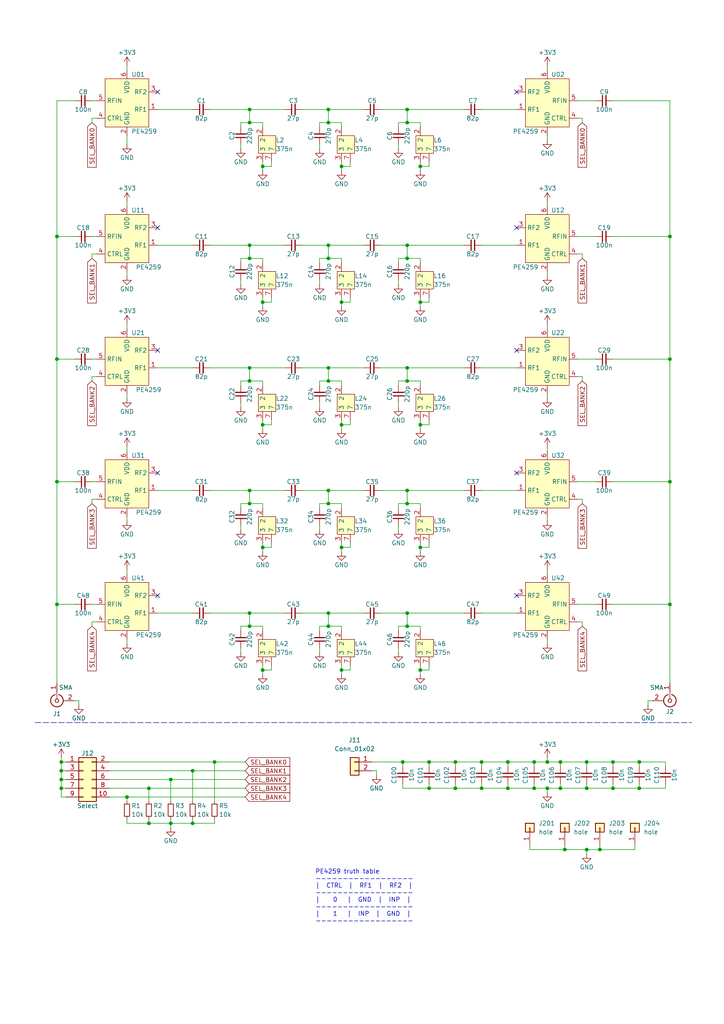
<source format=kicad_sch>
(kicad_sch (version 20211123) (generator eeschema)
  (paper "A4" portrait)
  (junction (at 170.18 246.38))
  (junction (at 132.08 220.98))
  (junction (at 95.25 146.05))
  (junction (at 185.42 228.6))
  (junction (at 162.56 220.98))
  (junction (at 124.46 220.98))
  (junction (at 16.51 68.58))
  (junction (at 72.39 146.05))
  (junction (at 76.2 87.63))
  (junction (at 139.7 228.6))
  (junction (at 158.75 228.6))
  (junction (at 16.51 104.14))
  (junction (at 116.84 220.98))
  (junction (at 177.8 228.6))
  (junction (at 158.75 220.98))
  (junction (at 72.39 106.68))
  (junction (at 49.53 226.06))
  (junction (at 154.94 228.6))
  (junction (at 118.11 181.61))
  (junction (at 139.7 220.98))
  (junction (at 95.25 181.61))
  (junction (at 121.92 48.26))
  (junction (at 72.39 71.12))
  (junction (at 121.92 123.19))
  (junction (at 173.99 246.38))
  (junction (at 99.06 158.75))
  (junction (at 147.32 228.6))
  (junction (at 118.11 31.75))
  (junction (at 99.06 48.26))
  (junction (at 177.8 220.98))
  (junction (at 72.39 74.93))
  (junction (at 118.11 146.05))
  (junction (at 72.39 31.75))
  (junction (at 76.2 48.26))
  (junction (at 147.32 220.98))
  (junction (at 99.06 194.31))
  (junction (at 124.46 228.6))
  (junction (at 76.2 123.19))
  (junction (at 163.83 246.38))
  (junction (at 95.25 142.24))
  (junction (at 118.11 110.49))
  (junction (at 194.31 68.58))
  (junction (at 95.25 106.68))
  (junction (at 121.92 194.31))
  (junction (at 118.11 106.68))
  (junction (at 132.08 228.6))
  (junction (at 170.18 220.98))
  (junction (at 36.83 231.14))
  (junction (at 72.39 35.56))
  (junction (at 55.88 238.76))
  (junction (at 17.78 228.6))
  (junction (at 118.11 71.12))
  (junction (at 72.39 181.61))
  (junction (at 154.94 220.98))
  (junction (at 118.11 142.24))
  (junction (at 62.23 220.98))
  (junction (at 76.2 194.31))
  (junction (at 95.25 35.56))
  (junction (at 16.51 139.7))
  (junction (at 170.18 228.6))
  (junction (at 95.25 74.93))
  (junction (at 43.18 238.76))
  (junction (at 162.56 228.6))
  (junction (at 95.25 177.8))
  (junction (at 55.88 223.52))
  (junction (at 17.78 223.52))
  (junction (at 99.06 87.63))
  (junction (at 121.92 87.63))
  (junction (at 118.11 74.93))
  (junction (at 72.39 177.8))
  (junction (at 17.78 226.06))
  (junction (at 118.11 177.8))
  (junction (at 194.31 139.7))
  (junction (at 121.92 158.75))
  (junction (at 118.11 35.56))
  (junction (at 99.06 123.19))
  (junction (at 17.78 220.98))
  (junction (at 95.25 110.49))
  (junction (at 185.42 220.98))
  (junction (at 16.51 175.26))
  (junction (at 95.25 71.12))
  (junction (at 76.2 158.75))
  (junction (at 43.18 228.6))
  (junction (at 194.31 175.26))
  (junction (at 72.39 142.24))
  (junction (at 72.39 110.49))
  (junction (at 95.25 31.75))
  (junction (at 49.53 238.76))
  (junction (at 194.31 104.14))
  (no_connect (at 149.86 101.6))
  (no_connect (at 149.86 172.72))
  (no_connect (at 149.86 137.16))
  (no_connect (at 45.72 26.67))
  (no_connect (at 149.86 26.67))
  (no_connect (at 45.72 137.16))
  (no_connect (at 45.72 101.6))
  (no_connect (at 45.72 172.72))
  (no_connect (at 45.72 66.04))
  (no_connect (at 149.86 66.04))
  (wire (pts (xy 95.25 110.49) (xy 99.06 110.49)))
  (wire (pts (xy 170.18 246.38) (xy 170.18 247.65)))
  (wire (pts (xy 124.46 220.98) (xy 132.08 220.98)))
  (wire (pts (xy 99.06 87.63) (xy 99.06 88.9)))
  (wire (pts (xy 118.11 35.56) (xy 121.92 35.56)))
  (wire (pts (xy 31.75 231.14) (xy 36.83 231.14)))
  (wire (pts (xy 69.85 116.84) (xy 69.85 118.11)))
  (wire (pts (xy 121.92 87.63) (xy 121.92 88.9)))
  (wire (pts (xy 168.91 73.66) (xy 168.91 74.93)))
  (wire (pts (xy 26.67 144.78) (xy 27.94 144.78)))
  (wire (pts (xy 115.57 181.61) (xy 118.11 181.61)))
  (wire (pts (xy 69.85 41.91) (xy 69.85 43.18)))
  (wire (pts (xy 170.18 220.98) (xy 177.8 220.98)))
  (wire (pts (xy 115.57 187.96) (xy 115.57 189.23)))
  (wire (pts (xy 92.71 81.28) (xy 92.71 82.55)))
  (wire (pts (xy 26.67 146.05) (xy 26.67 144.78)))
  (wire (pts (xy 124.46 46.99) (xy 124.46 48.26)))
  (wire (pts (xy 167.64 139.7) (xy 172.72 139.7)))
  (wire (pts (xy 118.11 71.12) (xy 134.62 71.12)))
  (wire (pts (xy 139.7 106.68) (xy 149.86 106.68)))
  (wire (pts (xy 69.85 181.61) (xy 72.39 181.61)))
  (wire (pts (xy 78.74 157.48) (xy 78.74 158.75)))
  (wire (pts (xy 92.71 146.05) (xy 95.25 146.05)))
  (wire (pts (xy 101.6 46.99) (xy 101.6 48.26)))
  (wire (pts (xy 185.42 220.98) (xy 185.42 222.25)))
  (wire (pts (xy 193.04 227.33) (xy 193.04 228.6)))
  (wire (pts (xy 16.51 68.58) (xy 16.51 104.14)))
  (wire (pts (xy 45.72 106.68) (xy 55.88 106.68)))
  (wire (pts (xy 76.2 74.93) (xy 76.2 76.2)))
  (wire (pts (xy 132.08 228.6) (xy 139.7 228.6)))
  (wire (pts (xy 92.71 35.56) (xy 95.25 35.56)))
  (wire (pts (xy 16.51 139.7) (xy 16.51 175.26)))
  (wire (pts (xy 168.91 34.29) (xy 168.91 35.56)))
  (wire (pts (xy 158.75 129.54) (xy 158.75 130.81)))
  (wire (pts (xy 99.06 123.19) (xy 101.6 123.19)))
  (wire (pts (xy 26.67 110.49) (xy 26.67 109.22)))
  (wire (pts (xy 139.7 31.75) (xy 149.86 31.75)))
  (wire (pts (xy 76.2 194.31) (xy 78.74 194.31)))
  (wire (pts (xy 118.11 106.68) (xy 118.11 110.49)))
  (wire (pts (xy 121.92 46.99) (xy 121.92 48.26)))
  (wire (pts (xy 177.8 104.14) (xy 194.31 104.14)))
  (wire (pts (xy 139.7 71.12) (xy 149.86 71.12)))
  (wire (pts (xy 99.06 48.26) (xy 99.06 49.53)))
  (wire (pts (xy 132.08 220.98) (xy 139.7 220.98)))
  (wire (pts (xy 95.25 142.24) (xy 105.41 142.24)))
  (wire (pts (xy 118.11 31.75) (xy 134.62 31.75)))
  (wire (pts (xy 16.51 104.14) (xy 21.59 104.14)))
  (wire (pts (xy 99.06 181.61) (xy 99.06 182.88)))
  (wire (pts (xy 158.75 114.3) (xy 158.75 115.57)))
  (wire (pts (xy 121.92 74.93) (xy 121.92 76.2)))
  (wire (pts (xy 92.71 147.32) (xy 92.71 146.05)))
  (wire (pts (xy 158.75 165.1) (xy 158.75 166.37)))
  (wire (pts (xy 121.92 146.05) (xy 121.92 147.32)))
  (wire (pts (xy 115.57 116.84) (xy 115.57 118.11)))
  (wire (pts (xy 69.85 147.32) (xy 69.85 146.05)))
  (wire (pts (xy 110.49 71.12) (xy 118.11 71.12)))
  (wire (pts (xy 76.2 123.19) (xy 78.74 123.19)))
  (wire (pts (xy 36.83 149.86) (xy 36.83 151.13)))
  (wire (pts (xy 187.96 204.47) (xy 187.96 203.2)))
  (wire (pts (xy 99.06 121.92) (xy 99.06 123.19)))
  (wire (pts (xy 177.8 220.98) (xy 177.8 222.25)))
  (wire (pts (xy 26.67 35.56) (xy 26.67 34.29)))
  (wire (pts (xy 92.71 41.91) (xy 92.71 43.18)))
  (wire (pts (xy 177.8 220.98) (xy 185.42 220.98)))
  (wire (pts (xy 95.25 31.75) (xy 105.41 31.75)))
  (wire (pts (xy 118.11 177.8) (xy 118.11 181.61)))
  (wire (pts (xy 170.18 228.6) (xy 177.8 228.6)))
  (wire (pts (xy 76.2 35.56) (xy 76.2 36.83)))
  (wire (pts (xy 121.92 158.75) (xy 124.46 158.75)))
  (wire (pts (xy 167.64 109.22) (xy 168.91 109.22)))
  (wire (pts (xy 78.74 193.04) (xy 78.74 194.31)))
  (wire (pts (xy 72.39 110.49) (xy 76.2 110.49)))
  (wire (pts (xy 158.75 58.42) (xy 158.75 59.69)))
  (wire (pts (xy 17.78 223.52) (xy 19.05 223.52)))
  (polyline (pts (xy 10.16 209.55) (xy 200.66 209.55)))
  (wire (pts (xy 115.57 182.88) (xy 115.57 181.61)))
  (wire (pts (xy 167.64 175.26) (xy 172.72 175.26)))
  (wire (pts (xy 124.46 220.98) (xy 124.46 222.25)))
  (wire (pts (xy 158.75 149.86) (xy 158.75 151.13)))
  (wire (pts (xy 170.18 246.38) (xy 173.99 246.38)))
  (wire (pts (xy 16.51 29.21) (xy 21.59 29.21)))
  (wire (pts (xy 36.83 129.54) (xy 36.83 130.81)))
  (wire (pts (xy 45.72 142.24) (xy 55.88 142.24)))
  (wire (pts (xy 36.83 93.98) (xy 36.83 95.25)))
  (wire (pts (xy 167.64 104.14) (xy 172.72 104.14)))
  (wire (pts (xy 16.51 139.7) (xy 21.59 139.7)))
  (wire (pts (xy 163.83 246.38) (xy 170.18 246.38)))
  (wire (pts (xy 115.57 35.56) (xy 118.11 35.56)))
  (wire (pts (xy 158.75 78.74) (xy 158.75 80.01)))
  (wire (pts (xy 17.78 220.98) (xy 17.78 223.52)))
  (wire (pts (xy 87.63 142.24) (xy 95.25 142.24)))
  (wire (pts (xy 62.23 220.98) (xy 62.23 232.41)))
  (wire (pts (xy 72.39 74.93) (xy 76.2 74.93)))
  (wire (pts (xy 110.49 31.75) (xy 118.11 31.75)))
  (wire (pts (xy 72.39 146.05) (xy 76.2 146.05)))
  (wire (pts (xy 115.57 41.91) (xy 115.57 43.18)))
  (wire (pts (xy 76.2 193.04) (xy 76.2 194.31)))
  (wire (pts (xy 170.18 227.33) (xy 170.18 228.6)))
  (wire (pts (xy 43.18 238.76) (xy 49.53 238.76)))
  (wire (pts (xy 95.25 106.68) (xy 95.25 110.49)))
  (wire (pts (xy 115.57 36.83) (xy 115.57 35.56)))
  (wire (pts (xy 118.11 71.12) (xy 118.11 74.93)))
  (wire (pts (xy 76.2 111.76) (xy 76.2 110.49)))
  (wire (pts (xy 72.39 106.68) (xy 82.55 106.68)))
  (wire (pts (xy 76.2 157.48) (xy 76.2 158.75)))
  (wire (pts (xy 118.11 146.05) (xy 121.92 146.05)))
  (wire (pts (xy 76.2 46.99) (xy 76.2 48.26)))
  (wire (pts (xy 78.74 46.99) (xy 78.74 48.26)))
  (wire (pts (xy 115.57 74.93) (xy 118.11 74.93)))
  (wire (pts (xy 92.71 182.88) (xy 92.71 181.61)))
  (wire (pts (xy 99.06 194.31) (xy 101.6 194.31)))
  (wire (pts (xy 78.74 121.92) (xy 78.74 123.19)))
  (wire (pts (xy 101.6 193.04) (xy 101.6 194.31)))
  (wire (pts (xy 76.2 86.36) (xy 76.2 87.63)))
  (wire (pts (xy 60.96 31.75) (xy 72.39 31.75)))
  (wire (pts (xy 69.85 36.83) (xy 69.85 35.56)))
  (wire (pts (xy 154.94 228.6) (xy 158.75 228.6)))
  (wire (pts (xy 92.71 152.4) (xy 92.71 153.67)))
  (wire (pts (xy 26.67 175.26) (xy 27.94 175.26)))
  (wire (pts (xy 168.91 109.22) (xy 168.91 110.49)))
  (wire (pts (xy 115.57 111.76) (xy 115.57 110.49)))
  (wire (pts (xy 92.71 36.83) (xy 92.71 35.56)))
  (wire (pts (xy 101.6 123.19) (xy 101.6 121.92)))
  (wire (pts (xy 147.32 220.98) (xy 154.94 220.98)))
  (wire (pts (xy 109.22 223.52) (xy 109.22 224.79)))
  (wire (pts (xy 121.92 110.49) (xy 121.92 111.76)))
  (wire (pts (xy 158.75 219.71) (xy 158.75 220.98)))
  (wire (pts (xy 185.42 227.33) (xy 185.42 228.6)))
  (wire (pts (xy 167.64 73.66) (xy 168.91 73.66)))
  (wire (pts (xy 72.39 35.56) (xy 76.2 35.56)))
  (wire (pts (xy 60.96 142.24) (xy 72.39 142.24)))
  (wire (pts (xy 118.11 142.24) (xy 118.11 146.05)))
  (wire (pts (xy 168.91 144.78) (xy 168.91 146.05)))
  (wire (pts (xy 99.06 86.36) (xy 99.06 87.63)))
  (wire (pts (xy 116.84 228.6) (xy 124.46 228.6)))
  (wire (pts (xy 115.57 152.4) (xy 115.57 153.67)))
  (wire (pts (xy 95.25 31.75) (xy 95.25 35.56)))
  (wire (pts (xy 17.78 228.6) (xy 19.05 228.6)))
  (wire (pts (xy 121.92 193.04) (xy 121.92 194.31)))
  (wire (pts (xy 162.56 227.33) (xy 162.56 228.6)))
  (wire (pts (xy 115.57 147.32) (xy 115.57 146.05)))
  (wire (pts (xy 49.53 238.76) (xy 49.53 240.03)))
  (wire (pts (xy 118.11 31.75) (xy 118.11 35.56)))
  (wire (pts (xy 95.25 177.8) (xy 95.25 181.61)))
  (wire (pts (xy 36.83 237.49) (xy 36.83 238.76)))
  (wire (pts (xy 99.06 123.19) (xy 99.06 124.46)))
  (wire (pts (xy 170.18 220.98) (xy 170.18 222.25)))
  (wire (pts (xy 121.92 35.56) (xy 121.92 36.83)))
  (wire (pts (xy 124.46 227.33) (xy 124.46 228.6)))
  (wire (pts (xy 49.53 226.06) (xy 49.53 232.41)))
  (wire (pts (xy 36.83 185.42) (xy 36.83 186.69)))
  (wire (pts (xy 49.53 226.06) (xy 71.12 226.06)))
  (wire (pts (xy 16.51 68.58) (xy 21.59 68.58)))
  (wire (pts (xy 167.64 144.78) (xy 168.91 144.78)))
  (wire (pts (xy 26.67 29.21) (xy 27.94 29.21)))
  (wire (pts (xy 76.2 158.75) (xy 76.2 160.02)))
  (wire (pts (xy 95.25 71.12) (xy 95.25 74.93)))
  (wire (pts (xy 121.92 181.61) (xy 121.92 182.88)))
  (wire (pts (xy 99.06 35.56) (xy 99.06 36.83)))
  (wire (pts (xy 36.83 78.74) (xy 36.83 80.01)))
  (wire (pts (xy 167.64 180.34) (xy 168.91 180.34)))
  (wire (pts (xy 194.31 104.14) (xy 194.31 139.7)))
  (wire (pts (xy 31.75 226.06) (xy 49.53 226.06)))
  (wire (pts (xy 121.92 123.19) (xy 124.46 123.19)))
  (wire (pts (xy 177.8 139.7) (xy 194.31 139.7)))
  (wire (pts (xy 185.42 220.98) (xy 193.04 220.98)))
  (wire (pts (xy 115.57 76.2) (xy 115.57 74.93)))
  (wire (pts (xy 36.83 231.14) (xy 71.12 231.14)))
  (wire (pts (xy 76.2 158.75) (xy 78.74 158.75)))
  (wire (pts (xy 92.71 116.84) (xy 92.71 118.11)))
  (wire (pts (xy 60.96 71.12) (xy 72.39 71.12)))
  (wire (pts (xy 177.8 175.26) (xy 194.31 175.26)))
  (wire (pts (xy 69.85 35.56) (xy 72.39 35.56)))
  (wire (pts (xy 72.39 177.8) (xy 72.39 181.61)))
  (wire (pts (xy 158.75 39.37) (xy 158.75 40.64)))
  (wire (pts (xy 55.88 223.52) (xy 55.88 232.41)))
  (wire (pts (xy 92.71 74.93) (xy 95.25 74.93)))
  (wire (pts (xy 69.85 187.96) (xy 69.85 189.23)))
  (wire (pts (xy 22.86 203.2) (xy 22.86 204.47)))
  (wire (pts (xy 168.91 180.34) (xy 168.91 181.61)))
  (wire (pts (xy 121.92 157.48) (xy 121.92 158.75)))
  (wire (pts (xy 124.46 193.04) (xy 124.46 194.31)))
  (wire (pts (xy 185.42 228.6) (xy 177.8 228.6)))
  (wire (pts (xy 31.75 223.52) (xy 55.88 223.52)))
  (wire (pts (xy 76.2 121.92) (xy 76.2 123.19)))
  (wire (pts (xy 87.63 31.75) (xy 95.25 31.75)))
  (wire (pts (xy 16.51 175.26) (xy 21.59 175.26)))
  (wire (pts (xy 124.46 157.48) (xy 124.46 158.75)))
  (wire (pts (xy 95.25 146.05) (xy 99.06 146.05)))
  (wire (pts (xy 69.85 182.88) (xy 69.85 181.61)))
  (wire (pts (xy 121.92 123.19) (xy 121.92 124.46)))
  (wire (pts (xy 17.78 220.98) (xy 19.05 220.98)))
  (wire (pts (xy 147.32 220.98) (xy 147.32 222.25)))
  (wire (pts (xy 116.84 220.98) (xy 124.46 220.98)))
  (wire (pts (xy 121.92 194.31) (xy 121.92 195.58)))
  (wire (pts (xy 17.78 231.14) (xy 19.05 231.14)))
  (wire (pts (xy 132.08 227.33) (xy 132.08 228.6)))
  (wire (pts (xy 76.2 181.61) (xy 76.2 182.88)))
  (wire (pts (xy 153.67 245.11) (xy 153.67 246.38)))
  (wire (pts (xy 16.51 104.14) (xy 16.51 139.7)))
  (wire (pts (xy 163.83 245.11) (xy 163.83 246.38)))
  (wire (pts (xy 158.75 93.98) (xy 158.75 95.25)))
  (wire (pts (xy 167.64 29.21) (xy 172.72 29.21)))
  (wire (pts (xy 69.85 110.49) (xy 72.39 110.49)))
  (wire (pts (xy 95.25 74.93) (xy 99.06 74.93)))
  (wire (pts (xy 95.25 177.8) (xy 105.41 177.8)))
  (wire (pts (xy 69.85 74.93) (xy 72.39 74.93)))
  (wire (pts (xy 154.94 227.33) (xy 154.94 228.6)))
  (wire (pts (xy 158.75 228.6) (xy 162.56 228.6)))
  (wire (pts (xy 118.11 177.8) (xy 134.62 177.8)))
  (wire (pts (xy 158.75 19.05) (xy 158.75 20.32)))
  (wire (pts (xy 60.96 177.8) (xy 72.39 177.8)))
  (wire (pts (xy 194.31 29.21) (xy 177.8 29.21)))
  (wire (pts (xy 139.7 228.6) (xy 147.32 228.6)))
  (wire (pts (xy 26.67 34.29) (xy 27.94 34.29)))
  (wire (pts (xy 26.67 74.93) (xy 26.67 73.66)))
  (wire (pts (xy 76.2 146.05) (xy 76.2 147.32)))
  (wire (pts (xy 76.2 48.26) (xy 78.74 48.26)))
  (wire (pts (xy 118.11 110.49) (xy 121.92 110.49)))
  (wire (pts (xy 62.23 220.98) (xy 71.12 220.98)))
  (wire (pts (xy 76.2 87.63) (xy 76.2 88.9)))
  (wire (pts (xy 162.56 228.6) (xy 170.18 228.6)))
  (wire (pts (xy 27.94 180.34) (xy 26.67 180.34)))
  (wire (pts (xy 92.71 187.96) (xy 92.71 189.23)))
  (wire (pts (xy 115.57 146.05) (xy 118.11 146.05)))
  (wire (pts (xy 36.83 58.42) (xy 36.83 59.69)))
  (wire (pts (xy 167.64 68.58) (xy 172.72 68.58)))
  (wire (pts (xy 31.75 228.6) (xy 43.18 228.6)))
  (wire (pts (xy 36.83 19.05) (xy 36.83 20.32)))
  (wire (pts (xy 26.67 104.14) (xy 27.94 104.14)))
  (wire (pts (xy 124.46 121.92) (xy 124.46 123.19)))
  (wire (pts (xy 72.39 71.12) (xy 72.39 74.93)))
  (wire (pts (xy 158.75 185.42) (xy 158.75 186.69)))
  (wire (pts (xy 139.7 142.24) (xy 149.86 142.24)))
  (wire (pts (xy 17.78 226.06) (xy 17.78 228.6)))
  (wire (pts (xy 139.7 227.33) (xy 139.7 228.6)))
  (wire (pts (xy 177.8 68.58) (xy 194.31 68.58)))
  (wire (pts (xy 99.06 146.05) (xy 99.06 147.32)))
  (wire (pts (xy 194.31 175.26) (xy 194.31 198.12)))
  (wire (pts (xy 107.95 223.52) (xy 109.22 223.52)))
  (wire (pts (xy 95.25 181.61) (xy 99.06 181.61)))
  (wire (pts (xy 107.95 220.98) (xy 116.84 220.98)))
  (wire (pts (xy 173.99 245.11) (xy 173.99 246.38)))
  (wire (pts (xy 99.06 87.63) (xy 101.6 87.63)))
  (wire (pts (xy 60.96 106.68) (xy 72.39 106.68)))
  (wire (pts (xy 72.39 177.8) (xy 82.55 177.8)))
  (wire (pts (xy 184.15 246.38) (xy 184.15 245.11)))
  (wire (pts (xy 55.88 237.49) (xy 55.88 238.76)))
  (wire (pts (xy 69.85 76.2) (xy 69.85 74.93)))
  (wire (pts (xy 115.57 81.28) (xy 115.57 82.55)))
  (wire (pts (xy 76.2 87.63) (xy 78.74 87.63)))
  (wire (pts (xy 99.06 194.31) (xy 99.06 195.58)))
  (wire (pts (xy 110.49 106.68) (xy 118.11 106.68)))
  (wire (pts (xy 76.2 48.26) (xy 76.2 49.53)))
  (wire (pts (xy 26.67 139.7) (xy 27.94 139.7)))
  (wire (pts (xy 194.31 139.7) (xy 194.31 175.26)))
  (wire (pts (xy 17.78 223.52) (xy 17.78 226.06)))
  (wire (pts (xy 69.85 152.4) (xy 69.85 153.67)))
  (wire (pts (xy 72.39 106.68) (xy 72.39 110.49)))
  (wire (pts (xy 121.92 48.26) (xy 121.92 49.53)))
  (wire (pts (xy 99.06 158.75) (xy 99.06 160.02)))
  (wire (pts (xy 72.39 181.61) (xy 76.2 181.61)))
  (wire (pts (xy 55.88 238.76) (xy 49.53 238.76)))
  (wire (pts (xy 132.08 220.98) (xy 132.08 222.25)))
  (wire (pts (xy 45.72 177.8) (xy 55.88 177.8)))
  (wire (pts (xy 43.18 237.49) (xy 43.18 238.76)))
  (wire (pts (xy 118.11 106.68) (xy 134.62 106.68)))
  (wire (pts (xy 49.53 237.49) (xy 49.53 238.76)))
  (wire (pts (xy 36.83 165.1) (xy 36.83 166.37)))
  (wire (pts (xy 99.06 110.49) (xy 99.06 111.76)))
  (wire (pts (xy 36.83 231.14) (xy 36.83 232.41)))
  (wire (pts (xy 167.64 34.29) (xy 168.91 34.29)))
  (wire (pts (xy 101.6 86.36) (xy 101.6 87.63)))
  (wire (pts (xy 95.25 71.12) (xy 105.41 71.12)))
  (wire (pts (xy 121.92 194.31) (xy 124.46 194.31)))
  (wire (pts (xy 158.75 220.98) (xy 162.56 220.98)))
  (wire (pts (xy 121.92 86.36) (xy 121.92 87.63)))
  (wire (pts (xy 26.67 109.22) (xy 27.94 109.22)))
  (wire (pts (xy 69.85 111.76) (xy 69.85 110.49)))
  (wire (pts (xy 124.46 86.36) (xy 124.46 87.63)))
  (wire (pts (xy 118.11 181.61) (xy 121.92 181.61)))
  (wire (pts (xy 139.7 220.98) (xy 139.7 222.25)))
  (wire (pts (xy 43.18 228.6) (xy 71.12 228.6)))
  (wire (pts (xy 87.63 177.8) (xy 95.25 177.8)))
  (wire (pts (xy 121.92 158.75) (xy 121.92 160.02)))
  (wire (pts (xy 36.83 238.76) (xy 43.18 238.76)))
  (wire (pts (xy 194.31 29.21) (xy 194.31 68.58)))
  (wire (pts (xy 69.85 81.28) (xy 69.85 82.55)))
  (wire (pts (xy 62.23 238.76) (xy 55.88 238.76)))
  (wire (pts (xy 118.11 74.93) (xy 121.92 74.93)))
  (wire (pts (xy 99.06 74.93) (xy 99.06 76.2)))
  (wire (pts (xy 99.06 48.26) (xy 101.6 48.26)))
  (wire (pts (xy 193.04 228.6) (xy 185.42 228.6)))
  (wire (pts (xy 193.04 220.98) (xy 193.04 222.25)))
  (wire (pts (xy 72.39 31.75) (xy 82.55 31.75)))
  (wire (pts (xy 72.39 142.24) (xy 82.55 142.24)))
  (wire (pts (xy 177.8 228.6) (xy 177.8 227.33)))
  (wire (pts (xy 36.83 114.3) (xy 36.83 115.57)))
  (wire (pts (xy 121.92 121.92) (xy 121.92 123.19)))
  (wire (pts (xy 116.84 220.98) (xy 116.84 222.25)))
  (wire (pts (xy 139.7 220.98) (xy 147.32 220.98)))
  (wire (pts (xy 69.85 146.05) (xy 72.39 146.05)))
  (wire (pts (xy 87.63 71.12) (xy 95.25 71.12)))
  (wire (pts (xy 162.56 220.98) (xy 170.18 220.98)))
  (wire (pts (xy 147.32 227.33) (xy 147.32 228.6)))
  (wire (pts (xy 153.67 246.38) (xy 163.83 246.38)))
  (wire (pts (xy 21.59 203.2) (xy 22.86 203.2)))
  (wire (pts (xy 72.39 71.12) (xy 82.55 71.12)))
  (wire (pts (xy 17.78 219.71) (xy 17.78 220.98)))
  (wire (pts (xy 26.67 73.66) (xy 27.94 73.66)))
  (wire (pts (xy 154.94 220.98) (xy 154.94 222.25)))
  (wire (pts (xy 115.57 110.49) (xy 118.11 110.49)))
  (wire (pts (xy 162.56 220.98) (xy 162.56 222.25)))
  (wire (pts (xy 45.72 71.12) (xy 55.88 71.12)))
  (wire (pts (xy 99.06 157.48) (xy 99.06 158.75)))
  (wire (pts (xy 110.49 177.8) (xy 118.11 177.8)))
  (wire (pts (xy 95.25 142.24) (xy 95.25 146.05)))
  (wire (pts (xy 17.78 228.6) (xy 17.78 231.14)))
  (wire (pts (xy 62.23 237.49) (xy 62.23 238.76)))
  (wire (pts (xy 45.72 31.75) (xy 55.88 31.75)))
  (wire (pts (xy 16.51 29.21) (xy 16.51 68.58)))
  (wire (pts (xy 76.2 194.31) (xy 76.2 195.58)))
  (wire (pts (xy 154.94 220.98) (xy 158.75 220.98)))
  (wire (pts (xy 121.92 87.63) (xy 124.46 87.63)))
  (wire (pts (xy 76.2 123.19) (xy 76.2 124.46)))
  (wire (pts (xy 26.67 68.58) (xy 27.94 68.58)))
  (wire (pts (xy 173.99 246.38) (xy 184.15 246.38)))
  (wire (pts (xy 78.74 86.36) (xy 78.74 87.63)))
  (wire (pts (xy 95.25 106.68) (xy 105.41 106.68)))
  (wire (pts (xy 16.51 175.26) (xy 16.51 198.12)))
  (wire (pts (xy 43.18 228.6) (xy 43.18 232.41)))
  (wire (pts (xy 147.32 228.6) (xy 154.94 228.6)))
  (wire (pts (xy 110.49 142.24) (xy 118.11 142.24)))
  (wire (pts (xy 17.78 226.06) (xy 19.05 226.06)))
  (wire (pts (xy 99.06 193.04) (xy 99.06 194.31)))
  (wire (pts (xy 92.71 76.2) (xy 92.71 74.93)))
  (wire (pts (xy 99.06 158.75) (xy 101.6 158.75)))
  (wire (pts (xy 92.71 110.49) (xy 95.25 110.49)))
  (wire (pts (xy 26.67 180.34) (xy 26.67 181.61)))
  (wire (pts (xy 99.06 46.99) (xy 99.06 48.26)))
  (wire (pts (xy 101.6 157.48) (xy 101.6 158.75)))
  (wire (pts (xy 158.75 228.6) (xy 158.75 229.87)))
  (wire (pts (xy 121.92 48.26) (xy 124.46 48.26)))
  (wire (pts (xy 92.71 181.61) (xy 95.25 181.61)))
  (wire (pts (xy 31.75 220.98) (xy 62.23 220.98)))
  (wire (pts (xy 124.46 228.6) (xy 132.08 228.6)))
  (wire (pts (xy 194.31 68.58) (xy 194.31 104.14)))
  (wire (pts (xy 116.84 227.33) (xy 116.84 228.6)))
  (wire (pts (xy 87.63 106.68) (xy 95.25 106.68)))
  (wire (pts (xy 55.88 223.52) (xy 71.12 223.52)))
  (wire (pts (xy 36.83 39.37) (xy 36.83 41.91)))
  (wire (pts (xy 92.71 111.76) (xy 92.71 110.49)))
  (wire (pts (xy 72.39 31.75) (xy 72.39 35.56)))
  (wire (pts (xy 139.7 177.8) (xy 149.86 177.8)))
  (wire (pts (xy 95.25 35.56) (xy 99.06 35.56)))
  (wire (pts (xy 187.96 203.2) (xy 189.23 203.2)))
  (wire (pts (xy 72.39 142.24) (xy 72.39 146.05)))
  (wire (pts (xy 118.11 142.24) (xy 134.62 142.24)))
  (text "PE4259 truth table\n------------------\n|  CTRL  |  RF1  |  RF2  |\n------------------\n|    0   |  GND  |  INP  |\n------------------\n|    1   |  INP  |  GND  |\n------------------" (at 91.44 267.97 0) (effects (font (size 1.27 1.27)) (justify left bottom)))
  (global_label "SEL_BANK4" (shape input) (at 26.67 181.61 270) (property "Intersheet References" "${INTERSHEET_REFS}" (effects hide)))
  (global_label "SEL_BANK1" (shape input) (at 26.67 74.93 270) (property "Intersheet References" "${INTERSHEET_REFS}" (effects hide)))
  (global_label "SEL_BANK4" (shape input) (at 168.91 181.61 270) (property "Intersheet References" "${INTERSHEET_REFS}" (effects hide)))
  (global_label "SEL_BANK3" (shape input) (at 71.12 228.6 0) (property "Intersheet References" "${INTERSHEET_REFS}" (effects hide)))
  (global_label "SEL_BANK1" (shape input) (at 71.12 223.52 0) (property "Intersheet References" "${INTERSHEET_REFS}" (effects hide)))
  (global_label "SEL_BANK1" (shape input) (at 168.91 74.93 270) (property "Intersheet References" "${INTERSHEET_REFS}" (effects hide)))
  (global_label "SEL_BANK2" (shape input) (at 71.12 226.06 0) (property "Intersheet References" "${INTERSHEET_REFS}" (effects hide)))
  (global_label "SEL_BANK3" (shape input) (at 168.91 146.05 270) (property "Intersheet References" "${INTERSHEET_REFS}" (effects hide)))
  (global_label "SEL_BANK0" (shape input) (at 168.91 35.56 270) (property "Intersheet References" "${INTERSHEET_REFS}" (effects hide)))
  (global_label "SEL_BANK3" (shape input) (at 26.67 146.05 270) (property "Intersheet References" "${INTERSHEET_REFS}" (effects hide)))
  (global_label "SEL_BANK0" (shape input) (at 71.12 220.98 0) (property "Intersheet References" "${INTERSHEET_REFS}" (effects hide)))
  (global_label "SEL_BANK4" (shape input) (at 71.12 231.14 0) (property "Intersheet References" "${INTERSHEET_REFS}" (effects hide)))
  (global_label "SEL_BANK2" (shape input) (at 26.67 110.49 270) (property "Intersheet References" "${INTERSHEET_REFS}" (effects hide)))
  (global_label "SEL_BANK2" (shape input) (at 168.91 110.49 270) (property "Intersheet References" "${INTERSHEET_REFS}" (effects hide)))
  (global_label "SEL_BANK0" (shape input) (at 26.67 35.56 270) (property "Intersheet References" "${INTERSHEET_REFS}" (effects hide)))
  (symbol (lib_id "Device:C_Small") (at 115.57 39.37 180) (unit 1)
    (property "Reference" "C6" (at 113.03 39.37 90))
    (property "Value" "220p" (at 118.11 39.37 90))
    (property "Footprint" "Capacitor_SMD:C_0805_2012Metric" (effects hide))
  )
  (symbol (lib_id "Device:C_Small") (at 85.09 71.12 90) (unit 1)
    (property "Reference" "C13" (at 85.09 68.58 90))
    (property "Value" "27p" (at 85.09 73.66 90))
    (property "Footprint" "Capacitor_SMD:C_0805_2012Metric" (effects hide))
  )
  (symbol (lib_id "power:GND") (at 115.57 153.67 0) (unit 1)
    (property "Reference" "#PWR0122" (effects hide))
    (property "Value" "GND" (at 115.57 157.48 0))
  )
  (symbol (lib_id "power:GND") (at 36.83 80.01 0) (unit 1)
    (property "Reference" "#PWR0102" (effects hide))
    (property "Value" "GND" (at 36.83 83.82 0))
  )
  (symbol (lib_id "Device:C_Small") (at 24.13 139.7 90) (unit 1)
    (property "Reference" "C38" (at 24.13 137.16 90))
    (property "Value" "100n" (at 24.13 142.24 90))
    (property "Footprint" "Capacitor_SMD:C_0805_2012Metric" (effects hide))
  )
  (symbol (lib_id "Device:C_Small") (at 107.95 177.8 90) (unit 1)
    (property "Reference" "C45" (at 107.95 175.26 90))
    (property "Value" "27p" (at 107.95 180.34 90))
    (property "Footprint" "Capacitor_SMD:C_0805_2012Metric" (effects hide))
  )
  (symbol (lib_id "Device:C_Small") (at 185.42 224.79 180) (unit 1)
    (property "Reference" "C109" (at 182.88 224.79 90))
    (property "Value" "10n" (at 187.96 224.79 90))
    (property "Footprint" "Capacitor_SMD:C_0805_2012Metric" (effects hide))
  )
  (symbol (lib_id "Device:C_Small") (at 132.08 224.79 180) (unit 1)
    (property "Reference" "C102" (at 129.54 224.79 90))
    (property "Value" "10n" (at 134.62 224.79 90))
    (property "Footprint" "Capacitor_SMD:C_0805_2012Metric" (effects hide))
  )
  (symbol (lib_name "TOKO_10K_1") (lib_id "bandPass2:TOKO_10K") (at 76.2 152.4 90) (mirror x) (unit 1)
    (property "Reference" "L32" (at 80.01 151.13 90) (effects (justify right)))
    (property "Value" "375n" (at 80.01 153.67 90) (effects (justify right)))
    (property "Footprint" "bandPass2:TOKO_10K" (effects hide))
  )
  (symbol (lib_id "Device:C_Small") (at 115.57 114.3 180) (unit 1)
    (property "Reference" "C26" (at 113.03 114.3 90))
    (property "Value" "220p" (at 118.11 114.3 90))
    (property "Footprint" "Capacitor_SMD:C_0805_2012Metric" (effects hide))
  )
  (symbol (lib_id "Device:C_Small") (at 137.16 142.24 90) (unit 1)
    (property "Reference" "C37" (at 137.16 139.7 90))
    (property "Value" "82p" (at 137.16 144.78 90))
    (property "Footprint" "Capacitor_SMD:C_0805_2012Metric" (effects hide))
  )
  (symbol (lib_name "TOKO_10K_1") (lib_id "bandPass2:TOKO_10K") (at 121.92 152.4 90) (mirror x) (unit 1)
    (property "Reference" "L36" (at 125.73 151.13 90) (effects (justify right)))
    (property "Value" "375n" (at 125.73 153.67 90) (effects (justify right)))
    (property "Footprint" "bandPass2:TOKO_10K" (effects hide))
  )
  (symbol (lib_name "TOKO_10K_1") (lib_id "bandPass2:TOKO_10K") (at 99.06 81.28 90) (mirror x) (unit 1)
    (property "Reference" "L14" (at 102.87 80.01 90) (effects (justify right)))
    (property "Value" "375n" (at 102.87 82.55 90) (effects (justify right)))
    (property "Footprint" "bandPass2:TOKO_10K" (effects hide))
  )
  (symbol (lib_id "power:GND") (at 121.92 49.53 0) (unit 1)
    (property "Reference" "#PWR0151" (effects hide))
    (property "Value" "GND" (at 121.92 53.34 0))
  )
  (symbol (lib_name "TOKO_10K_1") (lib_id "bandPass2:TOKO_10K") (at 121.92 41.91 90) (mirror x) (unit 1)
    (property "Reference" "L6" (at 125.73 40.64 90) (effects (justify right)))
    (property "Value" "375n" (at 125.73 43.18 90) (effects (justify right)))
    (property "Footprint" "bandPass2:TOKO_10K" (effects hide))
  )
  (symbol (lib_name "TOKO_10K_1") (lib_id "bandPass2:TOKO_10K") (at 76.2 81.28 90) (mirror x) (unit 1)
    (property "Reference" "L12" (at 80.01 80.01 90) (effects (justify right)))
    (property "Value" "375n" (at 80.01 82.55 90) (effects (justify right)))
    (property "Footprint" "bandPass2:TOKO_10K" (effects hide))
  )
  (symbol (lib_id "Device:C_Small") (at 115.57 149.86 180) (unit 1)
    (property "Reference" "C36" (at 113.03 149.86 90))
    (property "Value" "220p" (at 118.11 149.86 90))
    (property "Footprint" "Capacitor_SMD:C_0805_2012Metric" (effects hide))
  )
  (symbol (lib_id "Device:C_Small") (at 58.42 106.68 90) (unit 1)
    (property "Reference" "C21" (at 58.42 104.14 90))
    (property "Value" "82p" (at 58.42 109.22 90))
    (property "Footprint" "Capacitor_SMD:C_0805_2012Metric" (effects hide))
  )
  (symbol (lib_id "power:GND") (at 115.57 82.55 0) (unit 1)
    (property "Reference" "#PWR0107" (effects hide))
    (property "Value" "GND" (at 115.57 86.36 0))
  )
  (symbol (lib_id "Connector_Generic:Conn_01x02") (at 102.87 220.98 0) (mirror y) (unit 1)
    (property "Reference" "J11" (at 102.87 214.63 0))
    (property "Value" "Conn_01x02" (at 102.87 217.17 0))
    (property "Footprint" "Connector_PinHeader_2.54mm:PinHeader_1x02_P2.54mm_Vertical" (effects hide))
  )
  (symbol (lib_id "Device:C_Small") (at 58.42 142.24 90) (unit 1)
    (property "Reference" "C31" (at 58.42 139.7 90))
    (property "Value" "82p" (at 58.42 144.78 90))
    (property "Footprint" "Capacitor_SMD:C_0805_2012Metric" (effects hide))
  )
  (symbol (lib_id "Device:C_Small") (at 124.46 224.79 180) (unit 1)
    (property "Reference" "C101" (at 121.92 224.79 90))
    (property "Value" "10n" (at 127 224.79 90))
    (property "Footprint" "Capacitor_SMD:C_0805_2012Metric" (effects hide))
  )
  (symbol (lib_id "Connector_Generic:Conn_01x01") (at 163.83 240.03 90) (unit 1)
    (property "Reference" "J202" (at 166.37 238.7599 90) (effects (justify right)))
    (property "Value" "hole" (at 166.37 241.2999 90) (effects (justify right)))
    (property "Footprint" "MountingHole:MountingHole_3.2mm_M3_DIN965_Pad" (effects hide))
  )
  (symbol (lib_id "Device:C_Small") (at 177.8 224.79 180) (unit 1)
    (property "Reference" "C108" (at 175.26 224.79 90))
    (property "Value" "10n" (at 180.34 224.79 90))
    (property "Footprint" "Capacitor_SMD:C_0805_2012Metric" (effects hide))
  )
  (symbol (lib_name "TOKO_10K_1") (lib_id "bandPass2:TOKO_10K") (at 76.2 187.96 90) (mirror x) (unit 1)
    (property "Reference" "L42" (at 80.01 186.69 90) (effects (justify right)))
    (property "Value" "375n" (at 80.01 189.23 90) (effects (justify right)))
    (property "Footprint" "bandPass2:TOKO_10K" (effects hide))
  )
  (symbol (lib_id "Device:C_Small") (at 170.18 224.79 180) (unit 1)
    (property "Reference" "C107" (at 167.64 224.79 90))
    (property "Value" "10n" (at 172.72 224.79 90))
    (property "Footprint" "Capacitor_SMD:C_0805_2012Metric" (effects hide))
  )
  (symbol (lib_id "Device:C_Small") (at 69.85 149.86 180) (unit 1)
    (property "Reference" "C32" (at 67.31 149.86 90))
    (property "Value" "220p" (at 72.39 149.86 90))
    (property "Footprint" "Capacitor_SMD:C_0805_2012Metric" (effects hide))
  )
  (symbol (lib_id "bandPass2:PE4259") (at 158.75 175.26 0) (mirror y) (unit 1)
    (property "Reference" "U42" (at 163.83 167.64 0) (effects (justify left)))
    (property "Value" "PE4259" (at 156.21 184.15 0) (effects (justify left)))
    (property "Footprint" "Package_TO_SOT_SMD:SOT-363_SC-70-6" (effects hide))
  )
  (symbol (lib_id "power:GND") (at 121.92 195.58 0) (unit 1)
    (property "Reference" "#PWR0155" (effects hide))
    (property "Value" "GND" (at 121.92 199.39 0))
  )
  (symbol (lib_id "bandPass2:PE4259") (at 158.75 29.21 0) (mirror y) (unit 1)
    (property "Reference" "U02" (at 163.83 21.59 0) (effects (justify left)))
    (property "Value" "PE4259" (at 156.21 38.1 0) (effects (justify left)))
    (property "Footprint" "Package_TO_SOT_SMD:SOT-363_SC-70-6" (effects hide))
  )
  (symbol (lib_id "power:GND") (at 69.85 82.55 0) (unit 1)
    (property "Reference" "#PWR0114" (effects hide))
    (property "Value" "GND" (at 69.85 86.36 0))
  )
  (symbol (lib_id "bandPass2:PE4259") (at 36.83 175.26 0) (unit 1)
    (property "Reference" "U41" (at 38.1 167.64 0) (effects (justify left)))
    (property "Value" "PE4259" (at 39.37 184.15 0) (effects (justify left)))
    (property "Footprint" "Package_TO_SOT_SMD:SOT-363_SC-70-6" (effects hide))
  )
  (symbol (lib_id "Device:C_Small") (at 92.71 39.37 180) (unit 1)
    (property "Reference" "C4" (at 90.17 39.37 90))
    (property "Value" "270p" (at 95.25 39.37 90))
    (property "Footprint" "Capacitor_SMD:C_0805_2012Metric" (effects hide))
  )
  (symbol (lib_id "power:GND") (at 76.2 195.58 0) (unit 1)
    (property "Reference" "#PWR0154" (effects hide))
    (property "Value" "GND" (at 76.2 199.39 0))
  )
  (symbol (lib_id "Device:C_Small") (at 175.26 139.7 90) (unit 1)
    (property "Reference" "C39" (at 175.26 137.16 90))
    (property "Value" "100n" (at 175.26 142.24 90))
    (property "Footprint" "Capacitor_SMD:C_0805_2012Metric" (effects hide))
  )
  (symbol (lib_id "power:+3V3") (at 158.75 58.42 0) (unit 1)
    (property "Reference" "#PWR0112" (effects hide))
    (property "Value" "+3V3" (at 158.75 54.61 0))
  )
  (symbol (lib_id "Device:C_Small") (at 107.95 106.68 90) (unit 1)
    (property "Reference" "C25" (at 107.95 104.14 90))
    (property "Value" "27p" (at 107.95 109.22 90))
    (property "Footprint" "Capacitor_SMD:C_0805_2012Metric" (effects hide))
  )
  (symbol (lib_id "power:GND") (at 170.18 247.65 0) (unit 1)
    (property "Reference" "#PWR0158" (effects hide))
    (property "Value" "GND" (at 170.18 251.46 0))
  )
  (symbol (lib_id "Device:C_Small") (at 92.71 185.42 180) (unit 1)
    (property "Reference" "C44" (at 90.17 185.42 90))
    (property "Value" "270p" (at 95.25 185.42 90))
    (property "Footprint" "Capacitor_SMD:C_0805_2012Metric" (effects hide))
  )
  (symbol (lib_id "Device:C_Small") (at 175.26 29.21 90) (unit 1)
    (property "Reference" "C9" (at 175.26 26.67 90))
    (property "Value" "100n" (at 175.26 31.75 90))
    (property "Footprint" "Capacitor_SMD:C_0805_2012Metric" (effects hide))
  )
  (symbol (lib_id "Device:C_Small") (at 137.16 71.12 90) (unit 1)
    (property "Reference" "C17" (at 137.16 68.58 90))
    (property "Value" "82p" (at 137.16 73.66 90))
    (property "Footprint" "Capacitor_SMD:C_0805_2012Metric" (effects hide))
  )
  (symbol (lib_id "Device:C_Small") (at 107.95 31.75 90) (unit 1)
    (property "Reference" "C5" (at 107.95 29.21 90))
    (property "Value" "27p" (at 107.95 34.29 90))
    (property "Footprint" "Capacitor_SMD:C_0805_2012Metric" (effects hide))
  )
  (symbol (lib_id "Device:C_Small") (at 92.71 114.3 180) (unit 1)
    (property "Reference" "C24" (at 90.17 114.3 90))
    (property "Value" "270p" (at 95.25 114.3 90))
    (property "Footprint" "Capacitor_SMD:C_0805_2012Metric" (effects hide))
  )
  (symbol (lib_id "power:GND") (at 76.2 88.9 0) (unit 1)
    (property "Reference" "#PWR0146" (effects hide))
    (property "Value" "GND" (at 76.2 92.71 0))
  )
  (symbol (lib_id "Device:C_Small") (at 147.32 224.79 180) (unit 1)
    (property "Reference" "C104" (at 144.78 224.79 90))
    (property "Value" "10n" (at 149.86 224.79 90))
    (property "Footprint" "Capacitor_SMD:C_0805_2012Metric" (effects hide))
  )
  (symbol (lib_id "Device:C_Small") (at 69.85 78.74 180) (unit 1)
    (property "Reference" "C12" (at 67.31 78.74 90))
    (property "Value" "220p" (at 72.39 78.74 90))
    (property "Footprint" "Capacitor_SMD:C_0805_2012Metric" (effects hide))
  )
  (symbol (lib_name "TOKO_10K_1") (lib_id "bandPass2:TOKO_10K") (at 99.06 41.91 90) (mirror x) (unit 1)
    (property "Reference" "L4" (at 102.87 40.64 90) (effects (justify right)))
    (property "Value" "375n" (at 102.87 43.18 90) (effects (justify right)))
    (property "Footprint" "bandPass2:TOKO_10K" (effects hide))
  )
  (symbol (lib_id "Device:C_Small") (at 162.56 224.79 180) (unit 1)
    (property "Reference" "C106" (at 160.02 224.79 90))
    (property "Value" "10n" (at 165.1 224.79 90))
    (property "Footprint" "Capacitor_SMD:C_0805_2012Metric" (effects hide))
  )
  (symbol (lib_id "Device:C_Small") (at 92.71 78.74 180) (unit 1)
    (property "Reference" "C14" (at 90.17 78.74 90))
    (property "Value" "270p" (at 95.25 78.74 90))
    (property "Footprint" "Capacitor_SMD:C_0805_2012Metric" (effects hide))
  )
  (symbol (lib_id "Device:C_Small") (at 107.95 71.12 90) (unit 1)
    (property "Reference" "C15" (at 107.95 68.58 90))
    (property "Value" "27p" (at 107.95 73.66 90))
    (property "Footprint" "Capacitor_SMD:C_0805_2012Metric" (effects hide))
  )
  (symbol (lib_id "power:+3V3") (at 158.75 129.54 0) (unit 1)
    (property "Reference" "#PWR0120" (effects hide))
    (property "Value" "+3V3" (at 158.75 125.73 0))
  )
  (symbol (lib_id "Connector_Generic:Conn_01x01") (at 173.99 240.03 90) (unit 1)
    (property "Reference" "J203" (at 176.53 238.7599 90) (effects (justify right)))
    (property "Value" "hole" (at 176.53 241.2999 90) (effects (justify right)))
    (property "Footprint" "MountingHole:MountingHole_3.2mm_M3_DIN965_Pad" (effects hide))
  )
  (symbol (lib_id "bandPass2:PE4259") (at 36.83 68.58 0) (unit 1)
    (property "Reference" "U11" (at 38.1 60.96 0) (effects (justify left)))
    (property "Value" "PE4259" (at 39.37 77.47 0) (effects (justify left)))
    (property "Footprint" "Package_TO_SOT_SMD:SOT-363_SC-70-6" (effects hide))
  )
  (symbol (lib_id "bandPass2:PE4259") (at 158.75 104.14 0) (mirror y) (unit 1)
    (property "Reference" "U22" (at 163.83 96.52 0) (effects (justify left)))
    (property "Value" "PE4259" (at 156.21 113.03 0) (effects (justify left)))
    (property "Footprint" "Package_TO_SOT_SMD:SOT-363_SC-70-6" (effects hide))
  )
  (symbol (lib_id "power:GND") (at 158.75 186.69 0) (unit 1)
    (property "Reference" "#PWR0123" (effects hide))
    (property "Value" "GND" (at 158.75 190.5 0))
  )
  (symbol (lib_id "Device:C_Small") (at 58.42 31.75 90) (unit 1)
    (property "Reference" "C1" (at 58.42 29.21 90))
    (property "Value" "82p" (at 58.42 34.29 90))
    (property "Footprint" "Capacitor_SMD:C_0805_2012Metric" (effects hide))
  )
  (symbol (lib_id "power:+3V3") (at 36.83 58.42 0) (unit 1)
    (property "Reference" "#PWR0106" (effects hide))
    (property "Value" "+3V3" (at 36.83 54.61 0))
  )
  (symbol (lib_name "TOKO_10K_1") (lib_id "bandPass2:TOKO_10K") (at 99.06 187.96 90) (mirror x) (unit 1)
    (property "Reference" "L44" (at 102.87 186.69 90) (effects (justify right)))
    (property "Value" "375n" (at 102.87 189.23 90) (effects (justify right)))
    (property "Footprint" "bandPass2:TOKO_10K" (effects hide))
  )
  (symbol (lib_id "bandPass2:PE4259") (at 158.75 139.7 0) (mirror y) (unit 1)
    (property "Reference" "U32" (at 163.83 132.08 0) (effects (justify left)))
    (property "Value" "PE4259" (at 156.21 148.59 0) (effects (justify left)))
    (property "Footprint" "Package_TO_SOT_SMD:SOT-363_SC-70-6" (effects hide))
  )
  (symbol (lib_id "power:GND") (at 115.57 189.23 0) (unit 1)
    (property "Reference" "#PWR0126" (effects hide))
    (property "Value" "GND" (at 115.57 193.04 0))
  )
  (symbol (lib_id "power:+3V3") (at 36.83 129.54 0) (unit 1)
    (property "Reference" "#PWR0129" (effects hide))
    (property "Value" "+3V3" (at 36.83 125.73 0))
  )
  (symbol (lib_id "Device:C_Small") (at 58.42 71.12 90) (unit 1)
    (property "Reference" "C11" (at 58.42 68.58 90))
    (property "Value" "82p" (at 58.42 73.66 90))
    (property "Footprint" "Capacitor_SMD:C_0805_2012Metric" (effects hide))
  )
  (symbol (lib_id "power:GND") (at 76.2 124.46 0) (unit 1)
    (property "Reference" "#PWR0143" (effects hide))
    (property "Value" "GND" (at 76.2 128.27 0))
  )
  (symbol (lib_id "power:GND") (at 92.71 82.55 0) (unit 1)
    (property "Reference" "#PWR0108" (effects hide))
    (property "Value" "GND" (at 92.71 86.36 0))
  )
  (symbol (lib_id "power:GND") (at 158.75 151.13 0) (unit 1)
    (property "Reference" "#PWR0125" (effects hide))
    (property "Value" "GND" (at 158.75 154.94 0))
  )
  (symbol (lib_id "Device:C_Small") (at 85.09 31.75 90) (unit 1)
    (property "Reference" "C3" (at 85.09 29.21 90))
    (property "Value" "27p" (at 85.09 34.29 90))
    (property "Footprint" "Capacitor_SMD:C_0805_2012Metric" (effects hide))
  )
  (symbol (lib_id "Connector:Conn_Coaxial") (at 16.51 203.2 90) (mirror x) (unit 1)
    (property "Reference" "J1" (at 16.51 207.01 90))
    (property "Value" "SMA" (at 19.05 199.39 90))
    (property "Footprint" "bandPass2:SMA" (effects hide))
    (property "Datasheet" " ~" (effects hide))
  )
  (symbol (lib_id "power:GND") (at 76.2 160.02 0) (unit 1)
    (property "Reference" "#PWR0153" (effects hide))
    (property "Value" "GND" (at 76.2 163.83 0))
  )
  (symbol (lib_id "Device:C_Small") (at 193.04 224.79 180) (unit 1)
    (property "Reference" "C110" (at 190.5 224.79 90))
    (property "Value" "10n" (at 195.58 224.79 90))
    (property "Footprint" "Capacitor_SMD:C_0805_2012Metric" (effects hide))
  )
  (symbol (lib_id "power:GND") (at 36.83 41.91 0) (unit 1)
    (property "Reference" "#PWR0104" (effects hide))
    (property "Value" "GND" (at 36.83 45.72 0))
  )
  (symbol (lib_id "power:+3V3") (at 36.83 93.98 0) (unit 1)
    (property "Reference" "#PWR0101" (effects hide))
    (property "Value" "+3V3" (at 36.83 90.17 0))
  )
  (symbol (lib_id "power:GND") (at 36.83 151.13 0) (unit 1)
    (property "Reference" "#PWR0133" (effects hide))
    (property "Value" "GND" (at 36.83 154.94 0))
  )
  (symbol (lib_id "power:GND") (at 92.71 153.67 0) (unit 1)
    (property "Reference" "#PWR0119" (effects hide))
    (property "Value" "GND" (at 92.71 157.48 0))
  )
  (symbol (lib_id "power:GND") (at 121.92 160.02 0) (unit 1)
    (property "Reference" "#PWR0157" (effects hide))
    (property "Value" "GND" (at 121.92 163.83 0))
  )
  (symbol (lib_id "Device:C_Small") (at 85.09 177.8 90) (unit 1)
    (property "Reference" "C43" (at 85.09 175.26 90))
    (property "Value" "27p" (at 85.09 180.34 90))
    (property "Footprint" "Capacitor_SMD:C_0805_2012Metric" (effects hide))
  )
  (symbol (lib_name "TOKO_10K_1") (lib_id "bandPass2:TOKO_10K") (at 121.92 81.28 90) (mirror x) (unit 1)
    (property "Reference" "L16" (at 125.73 80.01 90) (effects (justify right)))
    (property "Value" "375n" (at 125.73 82.55 90) (effects (justify right)))
    (property "Footprint" "bandPass2:TOKO_10K" (effects hide))
  )
  (symbol (lib_id "power:GND") (at 99.06 88.9 0) (unit 1)
    (property "Reference" "#PWR0147" (effects hide))
    (property "Value" "GND" (at 99.06 92.71 0))
  )
  (symbol (lib_id "power:+3V3") (at 158.75 93.98 0) (unit 1)
    (property "Reference" "#PWR0116" (effects hide))
    (property "Value" "+3V3" (at 158.75 90.17 0))
  )
  (symbol (lib_id "power:GND") (at 99.06 195.58 0) (unit 1)
    (property "Reference" "#PWR0156" (effects hide))
    (property "Value" "GND" (at 99.06 199.39 0))
  )
  (symbol (lib_id "bandPass2:PE4259") (at 36.83 139.7 0) (unit 1)
    (property "Reference" "U31" (at 38.1 132.08 0) (effects (justify left)))
    (property "Value" "PE4259" (at 39.37 148.59 0) (effects (justify left)))
    (property "Footprint" "Package_TO_SOT_SMD:SOT-363_SC-70-6" (effects hide))
  )
  (symbol (lib_id "Device:R_Small") (at 55.88 234.95 0) (unit 1)
    (property "Reference" "R4" (at 57.15 233.68 0) (effects (justify left)))
    (property "Value" "10k" (at 57.15 236.22 0) (effects (justify left)))
    (property "Footprint" "Resistor_SMD:R_0805_2012Metric" (effects hide))
  )
  (symbol (lib_id "Connector_Generic:Conn_02x05_Odd_Even") (at 24.13 226.06 0) (unit 1)
    (property "Reference" "J12" (at 25.4 218.44 0))
    (property "Value" "Select" (at 25.4 233.68 0))
    (property "Footprint" "Connector_PinHeader_2.54mm:PinHeader_2x05_P2.54mm_Vertical" (effects hide))
  )
  (symbol (lib_name "TOKO_10K_1") (lib_id "bandPass2:TOKO_10K") (at 76.2 41.91 90) (mirror x) (unit 1)
    (property "Reference" "L2" (at 80.01 40.64 90) (effects (justify right)))
    (property "Value" "375n" (at 80.01 43.18 90) (effects (justify right)))
    (property "Footprint" "bandPass2:TOKO_10K" (effects hide))
  )
  (symbol (lib_id "Connector:Conn_Coaxial") (at 194.31 203.2 270) (unit 1)
    (property "Reference" "J2" (at 194.31 206.375 90))
    (property "Value" "SMA" (at 190.5 199.39 90))
    (property "Footprint" "bandPass2:SMA" (effects hide))
    (property "Datasheet" " ~" (effects hide))
  )
  (symbol (lib_id "Device:C_Small") (at 24.13 29.21 90) (unit 1)
    (property "Reference" "C8" (at 24.13 26.67 90))
    (property "Value" "100n" (at 24.13 31.75 90))
    (property "Footprint" "Capacitor_SMD:C_0805_2012Metric" (effects hide))
  )
  (symbol (lib_id "power:+3V3") (at 17.78 219.71 0) (unit 1)
    (property "Reference" "#PWR0137" (effects hide))
    (property "Value" "+3V3" (at 17.78 215.9 0))
  )
  (symbol (lib_id "Device:C_Small") (at 69.85 185.42 180) (unit 1)
    (property "Reference" "C42" (at 67.31 185.42 90))
    (property "Value" "220p" (at 72.39 185.42 90))
    (property "Footprint" "Capacitor_SMD:C_0805_2012Metric" (effects hide))
  )
  (symbol (lib_id "power:GND") (at 99.06 49.53 0) (unit 1)
    (property "Reference" "#PWR0148" (effects hide))
    (property "Value" "GND" (at 99.06 53.34 0))
  )
  (symbol (lib_id "power:+3V3") (at 158.75 19.05 0) (unit 1)
    (property "Reference" "#PWR0113" (effects hide))
    (property "Value" "+3V3" (at 158.75 15.24 0))
  )
  (symbol (lib_id "power:GND") (at 158.75 40.64 0) (unit 1)
    (property "Reference" "#PWR0111" (effects hide))
    (property "Value" "GND" (at 158.75 44.45 0))
  )
  (symbol (lib_id "power:GND") (at 76.2 49.53 0) (unit 1)
    (property "Reference" "#PWR0149" (effects hide))
    (property "Value" "GND" (at 76.2 53.34 0))
  )
  (symbol (lib_id "Device:C_Small") (at 92.71 149.86 180) (unit 1)
    (property "Reference" "C34" (at 90.17 149.86 90))
    (property "Value" "270p" (at 95.25 149.86 90))
    (property "Footprint" "Capacitor_SMD:C_0805_2012Metric" (effects hide))
  )
  (symbol (lib_id "power:GND") (at 99.06 124.46 0) (unit 1)
    (property "Reference" "#PWR0144" (effects hide))
    (property "Value" "GND" (at 99.06 128.27 0))
  )
  (symbol (lib_id "Device:C_Small") (at 154.94 224.79 180) (unit 1)
    (property "Reference" "C105" (at 152.4 224.79 90))
    (property "Value" "10n" (at 157.48 224.79 90))
    (property "Footprint" "Capacitor_SMD:C_0805_2012Metric" (effects hide))
  )
  (symbol (lib_id "power:GND") (at 121.92 88.9 0) (unit 1)
    (property "Reference" "#PWR0150" (effects hide))
    (property "Value" "GND" (at 121.92 92.71 0))
  )
  (symbol (lib_id "Connector_Generic:Conn_01x01") (at 184.15 240.03 90) (unit 1)
    (property "Reference" "J204" (at 186.69 238.7599 90) (effects (justify right)))
    (property "Value" "hole" (at 186.69 241.2999 90) (effects (justify right)))
    (property "Footprint" "MountingHole:MountingHole_3.2mm_M3_DIN965_Pad" (effects hide))
  )
  (symbol (lib_id "Device:C_Small") (at 137.16 106.68 90) (unit 1)
    (property "Reference" "C27" (at 137.16 104.14 90))
    (property "Value" "82p" (at 137.16 109.22 90))
    (property "Footprint" "Capacitor_SMD:C_0805_2012Metric" (effects hide))
  )
  (symbol (lib_id "power:GND") (at 158.75 115.57 0) (unit 1)
    (property "Reference" "#PWR0121" (effects hide))
    (property "Value" "GND" (at 158.75 119.38 0))
  )
  (symbol (lib_id "bandPass2:TOKO_10K") (at 121.92 116.84 90) (mirror x) (unit 1)
    (property "Reference" "L26" (at 125.73 115.57 90) (effects (justify right)))
    (property "Value" "375n" (at 125.73 118.11 90) (effects (justify right)))
    (property "Footprint" "bandPass2:TOKO_10K" (effects hide))
  )
  (symbol (lib_id "Device:C_Small") (at 115.57 185.42 180) (unit 1)
    (property "Reference" "C46" (at 113.03 185.42 90))
    (property "Value" "220p" (at 118.11 185.42 90))
    (property "Footprint" "Capacitor_SMD:C_0805_2012Metric" (effects hide))
  )
  (symbol (lib_name "TOKO_10K_2") (lib_id "bandPass2:TOKO_10K") (at 99.06 116.84 90) (mirror x) (unit 1)
    (property "Reference" "L24" (at 102.87 115.57 90) (effects (justify right)))
    (property "Value" "375n" (at 102.87 118.11 90) (effects (justify right)))
    (property "Footprint" "bandPass2:TOKO_10K" (effects hide))
  )
  (symbol (lib_id "Device:C_Small") (at 175.26 175.26 90) (unit 1)
    (property "Reference" "C49" (at 175.26 172.72 90))
    (property "Value" "100n" (at 175.26 177.8 90))
    (property "Footprint" "Capacitor_SMD:C_0805_2012Metric" (effects hide))
  )
  (symbol (lib_id "Device:C_Small") (at 137.16 31.75 90) (unit 1)
    (property "Reference" "C7" (at 137.16 29.21 90))
    (property "Value" "82p" (at 137.16 34.29 90))
    (property "Footprint" "Capacitor_SMD:C_0805_2012Metric" (effects hide))
  )
  (symbol (lib_id "power:GND") (at 109.22 224.79 0) (unit 1)
    (property "Reference" "#PWR0140" (effects hide))
    (property "Value" "GND" (at 109.22 228.6 0))
  )
  (symbol (lib_id "Device:C_Small") (at 24.13 175.26 90) (unit 1)
    (property "Reference" "C48" (at 24.13 172.72 90))
    (property "Value" "100n" (at 24.13 177.8 90))
    (property "Footprint" "Capacitor_SMD:C_0805_2012Metric" (effects hide))
  )
  (symbol (lib_id "power:GND") (at 22.86 204.47 0) (unit 1)
    (property "Reference" "#PWR0139" (effects hide))
    (property "Value" "GND" (at 22.86 208.28 0))
  )
  (symbol (lib_id "power:+3V3") (at 158.75 219.71 0) (unit 1)
    (property "Reference" "#PWR0142" (effects hide))
    (property "Value" "+3V3" (at 158.75 215.9 0))
  )
  (symbol (lib_id "power:GND") (at 92.71 43.18 0) (unit 1)
    (property "Reference" "#PWR0110" (effects hide))
    (property "Value" "GND" (at 92.71 46.99 0))
  )
  (symbol (lib_id "power:GND") (at 69.85 153.67 0) (unit 1)
    (property "Reference" "#PWR0135" (effects hide))
    (property "Value" "GND" (at 69.85 157.48 0))
  )
  (symbol (lib_id "bandPass2:PE4259") (at 158.75 68.58 0) (mirror y) (unit 1)
    (property "Reference" "U12" (at 163.83 60.96 0) (effects (justify left)))
    (property "Value" "PE4259" (at 156.21 77.47 0) (effects (justify left)))
    (property "Footprint" "Package_TO_SOT_SMD:SOT-363_SC-70-6" (effects hide))
  )
  (symbol (lib_id "Device:C_Small") (at 139.7 224.79 180) (unit 1)
    (property "Reference" "C103" (at 137.16 224.79 90))
    (property "Value" "10n" (at 142.24 224.79 90))
    (property "Footprint" "Capacitor_SMD:C_0805_2012Metric" (effects hide))
  )
  (symbol (lib_id "power:+3V3") (at 36.83 165.1 0) (unit 1)
    (property "Reference" "#PWR0134" (effects hide))
    (property "Value" "+3V3" (at 36.83 161.29 0))
  )
  (symbol (lib_id "Device:R_Small") (at 36.83 234.95 0) (unit 1)
    (property "Reference" "R1" (at 38.1 233.68 0) (effects (justify left)))
    (property "Value" "10k" (at 38.1 236.22 0) (effects (justify left)))
    (property "Footprint" "Resistor_SMD:R_0805_2012Metric" (effects hide))
  )
  (symbol (lib_id "power:GND") (at 69.85 43.18 0) (unit 1)
    (property "Reference" "#PWR0105" (effects hide))
    (property "Value" "GND" (at 69.85 46.99 0))
  )
  (symbol (lib_id "Device:C_Small") (at 69.85 39.37 180) (unit 1)
    (property "Reference" "C2" (at 67.31 39.37 90))
    (property "Value" "220p" (at 72.39 39.37 90))
    (property "Footprint" "Capacitor_SMD:C_0805_2012Metric" (effects hide))
  )
  (symbol (lib_id "Device:R_Small") (at 43.18 234.95 0) (unit 1)
    (property "Reference" "R2" (at 44.45 233.68 0) (effects (justify left)))
    (property "Value" "10k" (at 44.45 236.22 0) (effects (justify left)))
    (property "Footprint" "Resistor_SMD:R_0805_2012Metric" (effects hide))
  )
  (symbol (lib_id "power:GND") (at 121.92 124.46 0) (unit 1)
    (property "Reference" "#PWR0145" (effects hide))
    (property "Value" "GND" (at 121.92 128.27 0))
  )
  (symbol (lib_id "bandPass2:PE4259") (at 36.83 29.21 0) (unit 1)
    (property "Reference" "U01" (at 38.1 21.59 0) (effects (justify left)))
    (property "Value" "PE4259" (at 38.1 38.1 0) (effects (justify left)))
    (property "Footprint" "Package_TO_SOT_SMD:SOT-363_SC-70-6" (effects hide))
  )
  (symbol (lib_id "Device:C_Small") (at 85.09 106.68 90) (unit 1)
    (property "Reference" "C23" (at 85.09 104.14 90))
    (property "Value" "27p" (at 85.09 109.22 90))
    (property "Footprint" "Capacitor_SMD:C_0805_2012Metric" (effects hide))
  )
  (symbol (lib_id "Device:C_Small") (at 115.57 78.74 180) (unit 1)
    (property "Reference" "C16" (at 113.03 78.74 90))
    (property "Value" "220p" (at 118.11 78.74 90))
    (property "Footprint" "Capacitor_SMD:C_0805_2012Metric" (effects hide))
  )
  (symbol (lib_id "Device:C_Small") (at 107.95 142.24 90) (unit 1)
    (property "Reference" "C35" (at 107.95 139.7 90))
    (property "Value" "27p" (at 107.95 144.78 90))
    (property "Footprint" "Capacitor_SMD:C_0805_2012Metric" (effects hide))
  )
  (symbol (lib_id "power:GND") (at 158.75 229.87 0) (unit 1)
    (property "Reference" "#PWR0141" (effects hide))
    (property "Value" "GND" (at 158.75 233.68 0))
  )
  (symbol (lib_id "Device:C_Small") (at 137.16 177.8 90) (unit 1)
    (property "Reference" "C47" (at 137.16 175.26 90))
    (property "Value" "82p" (at 137.16 180.34 90))
    (property "Footprint" "Capacitor_SMD:C_0805_2012Metric" (effects hide))
  )
  (symbol (lib_id "Device:R_Small") (at 62.23 234.95 0) (unit 1)
    (property "Reference" "R5" (at 63.5 233.68 0) (effects (justify left)))
    (property "Value" "10k" (at 63.5 236.22 0) (effects (justify left)))
    (property "Footprint" "Resistor_SMD:R_0805_2012Metric" (effects hide))
  )
  (symbol (lib_id "Device:C_Small") (at 69.85 114.3 180) (unit 1)
    (property "Reference" "C22" (at 67.31 114.3 90))
    (property "Value" "220p" (at 72.39 114.3 90))
    (property "Footprint" "Capacitor_SMD:C_0805_2012Metric" (effects hide))
  )
  (symbol (lib_id "Device:C_Small") (at 85.09 142.24 90) (unit 1)
    (property "Reference" "C33" (at 85.09 139.7 90))
    (property "Value" "27p" (at 85.09 144.78 90))
    (property "Footprint" "Capacitor_SMD:C_0805_2012Metric" (effects hide))
  )
  (symbol (lib_id "power:GND") (at 99.06 160.02 0) (unit 1)
    (property "Reference" "#PWR0152" (effects hide))
    (property "Value" "GND" (at 99.06 163.83 0))
  )
  (symbol (lib_id "Device:C_Small") (at 24.13 68.58 90) (unit 1)
    (property "Reference" "C18" (at 24.13 66.04 90))
    (property "Value" "100n" (at 24.13 71.12 90))
    (property "Footprint" "Capacitor_SMD:C_0805_2012Metric" (effects hide))
  )
  (symbol (lib_id "power:GND") (at 187.96 204.47 0) (unit 1)
    (property "Reference" "#PWR0127" (effects hide))
    (property "Value" "GND" (at 187.96 208.28 0))
  )
  (symbol (lib_id "power:GND") (at 115.57 43.18 0) (unit 1)
    (property "Reference" "#PWR0109" (effects hide))
    (property "Value" "GND" (at 115.57 46.99 0))
  )
  (symbol (lib_id "Device:C_Small") (at 116.84 224.79 180) (unit 1)
    (property "Reference" "C100" (at 114.3 224.79 90))
    (property "Value" "10n" (at 119.38 224.79 90))
    (property "Footprint" "Capacitor_SMD:C_0805_2012Metric" (effects hide))
  )
  (symbol (lib_id "power:+3V3") (at 158.75 165.1 0) (unit 1)
    (property "Reference" "#PWR0124" (effects hide))
    (property "Value" "+3V3" (at 158.75 161.29 0))
  )
  (symbol (lib_id "Device:C_Small") (at 24.13 104.14 90) (unit 1)
    (property "Reference" "C28" (at 24.13 101.6 90))
    (property "Value" "100n" (at 24.13 106.68 90))
    (property "Footprint" "Capacitor_SMD:C_0805_2012Metric" (effects hide))
  )
  (symbol (lib_id "Device:C_Small") (at 175.26 104.14 90) (unit 1)
    (property "Reference" "C29" (at 175.26 101.6 90))
    (property "Value" "100n" (at 175.26 106.68 90))
    (property "Footprint" "Capacitor_SMD:C_0805_2012Metric" (effects hide))
  )
  (symbol (lib_id "power:GND") (at 36.83 115.57 0) (unit 1)
    (property "Reference" "#PWR0130" (effects hide))
    (property "Value" "GND" (at 36.83 119.38 0))
  )
  (symbol (lib_id "power:GND") (at 69.85 189.23 0) (unit 1)
    (property "Reference" "#PWR0131" (effects hide))
    (property "Value" "GND" (at 69.85 193.04 0))
  )
  (symbol (lib_id "power:GND") (at 69.85 118.11 0) (unit 1)
    (property "Reference" "#PWR0128" (effects hide))
    (property "Value" "GND" (at 69.85 121.92 0))
  )
  (symbol (lib_id "Device:C_Small") (at 58.42 177.8 90) (unit 1)
    (property "Reference" "C41" (at 58.42 175.26 90))
    (property "Value" "82p" (at 58.42 180.34 90))
    (property "Footprint" "Capacitor_SMD:C_0805_2012Metric" (effects hide))
  )
  (symbol (lib_id "power:GND") (at 36.83 186.69 0) (unit 1)
    (property "Reference" "#PWR0136" (effects hide))
    (property "Value" "GND" (at 36.83 190.5 0))
  )
  (symbol (lib_id "power:GND") (at 115.57 118.11 0) (unit 1)
    (property "Reference" "#PWR0117" (effects hide))
    (property "Value" "GND" (at 115.57 121.92 0))
  )
  (symbol (lib_id "bandPass2:PE4259") (at 36.83 104.14 0) (unit 1)
    (property "Reference" "U21" (at 38.1 96.52 0) (effects (justify left)))
    (property "Value" "PE4259" (at 39.37 113.03 0) (effects (justify left)))
    (property "Footprint" "Package_TO_SOT_SMD:SOT-363_SC-70-6" (effects hide))
  )
  (symbol (lib_id "Device:R_Small") (at 49.53 234.95 0) (unit 1)
    (property "Reference" "R3" (at 50.8 233.68 0) (effects (justify left)))
    (property "Value" "10k" (at 50.8 236.22 0) (effects (justify left)))
    (property "Footprint" "Resistor_SMD:R_0805_2012Metric" (effects hide))
  )
  (symbol (lib_id "Connector_Generic:Conn_01x01") (at 153.67 240.03 90) (unit 1)
    (property "Reference" "J201" (at 156.21 238.7599 90) (effects (justify right)))
    (property "Value" "hole" (at 156.21 241.2999 90) (effects (justify right)))
    (property "Footprint" "MountingHole:MountingHole_3.2mm_M3_DIN965_Pad" (effects hide))
  )
  (symbol (lib_id "power:+3V3") (at 36.83 19.05 0) (unit 1)
    (property "Reference" "#PWR0103" (effects hide))
    (property "Value" "+3V3" (at 36.83 15.24 0))
  )
  (symbol (lib_name "TOKO_10K_1") (lib_id "bandPass2:TOKO_10K") (at 76.2 116.84 90) (mirror x) (unit 1)
    (property "Reference" "L22" (at 80.01 115.57 90) (effects (justify right)))
    (property "Value" "375n" (at 80.01 118.11 90) (effects (justify right)))
    (property "Footprint" "bandPass2:TOKO_10K" (effects hide))
  )
  (symbol (lib_id "power:GND") (at 92.71 118.11 0) (unit 1)
    (property "Reference" "#PWR0118" (effects hide))
    (property "Value" "GND" (at 92.71 121.92 0))
  )
  (symbol (lib_name "TOKO_10K_1") (lib_id "bandPass2:TOKO_10K") (at 121.92 187.96 90) (mirror x) (unit 1)
    (property "Reference" "L46" (at 125.73 186.69 90) (effects (justify right)))
    (property "Value" "375n" (at 125.73 189.23 90) (effects (justify right)))
    (property "Footprint" "bandPass2:TOKO_10K" (effects hide))
  )
  (symbol (lib_id "power:GND") (at 92.71 189.23 0) (unit 1)
    (property "Reference" "#PWR0132" (effects hide))
    (property "Value" "GND" (at 92.71 193.04 0))
  )
  (symbol (lib_name "TOKO_10K_1") (lib_id "bandPass2:TOKO_10K") (at 99.06 152.4 90) (mirror x) (unit 1)
    (property "Reference" "L34" (at 102.87 151.13 90) (effects (justify right)))
    (property "Value" "375n" (at 102.87 153.67 90) (effects (justify right)))
    (property "Footprint" "bandPass2:TOKO_10K" (effects hide))
  )
  (symbol (lib_id "Device:C_Small") (at 175.26 68.58 90) (unit 1)
    (property "Reference" "C19" (at 175.26 66.04 90))
    (property "Value" "100n" (at 175.26 71.12 90))
    (property "Footprint" "Capacitor_SMD:C_0805_2012Metric" (effects hide))
  )
  (symbol (lib_id "power:GND") (at 49.53 240.03 0) (unit 1)
    (property "Reference" "#PWR0138" (effects hide))
    (property "Value" "GND" (at 49.53 243.84 0))
  )
  (symbol (lib_id "power:GND") (at 158.75 80.01 0) (unit 1)
    (property "Reference" "#PWR0115" (effects hide))
    (property "Value" "GND" (at 158.75 83.82 0))
  )
)
</source>
